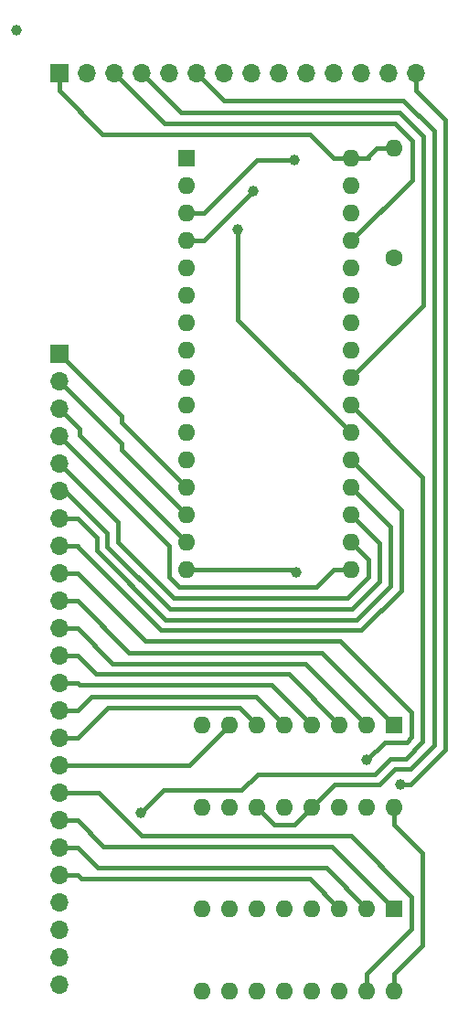
<source format=gbr>
%TF.GenerationSoftware,KiCad,Pcbnew,7.0.2*%
%TF.CreationDate,2023-06-04T09:28:39+01:00*%
%TF.ProjectId,IOCACHE-128K_ZXspectrum_impl_narrow,494f4341-4348-4452-9d31-32384b5f5a58,rev?*%
%TF.SameCoordinates,PX6cb8080PY3dfd240*%
%TF.FileFunction,Copper,L1,Top*%
%TF.FilePolarity,Positive*%
%FSLAX46Y46*%
G04 Gerber Fmt 4.6, Leading zero omitted, Abs format (unit mm)*
G04 Created by KiCad (PCBNEW 7.0.2) date 2023-06-04 09:28:39*
%MOMM*%
%LPD*%
G01*
G04 APERTURE LIST*
%TA.AperFunction,ComponentPad*%
%ADD10R,1.700000X1.700000*%
%TD*%
%TA.AperFunction,ComponentPad*%
%ADD11O,1.700000X1.700000*%
%TD*%
%TA.AperFunction,ComponentPad*%
%ADD12R,1.600000X1.600000*%
%TD*%
%TA.AperFunction,ComponentPad*%
%ADD13O,1.600000X1.600000*%
%TD*%
%TA.AperFunction,ComponentPad*%
%ADD14C,1.600000*%
%TD*%
%TA.AperFunction,ViaPad*%
%ADD15C,1.000000*%
%TD*%
%TA.AperFunction,Conductor*%
%ADD16C,0.400000*%
%TD*%
G04 APERTURE END LIST*
D10*
%TO.P,J1,1,Pin_1*%
%TO.N,+5V*%
X4000000Y-4000000D03*
D11*
%TO.P,J1,2,Pin_2*%
%TO.N,/IOCACHE-128K_ZXspectrum/CACHE_CONTROL.A16*%
X6540000Y-4000000D03*
%TO.P,J1,3,Pin_3*%
%TO.N,/IOCACHE-128K_ZXspectrum/CACHE_CONTROL.WE*%
X9080000Y-4000000D03*
%TO.P,J1,4,Pin_4*%
%TO.N,/IOCACHE-128K_ZXspectrum/CACHE_CONTROL.OE*%
X11620000Y-4000000D03*
%TO.P,J1,5,Pin_5*%
%TO.N,/IOCACHE-128K_ZXspectrum/CACHE_CONTROL.CS*%
X14160000Y-4000000D03*
%TO.P,J1,6,Pin_6*%
%TO.N,/IOCACHE-128K_ZXspectrum/CACHE_CONTROL.DATASTATUS+PERM_Z80_IORQ*%
X16700000Y-4000000D03*
%TO.P,J1,7,Pin_7*%
%TO.N,/IOCACHE-128K_ZXspectrum/Z80_HARDLOCK*%
X19240000Y-4000000D03*
%TO.P,J1,8,Pin_8*%
%TO.N,/IOCACHE-128K_ZXspectrum/CACHE_SEL_0*%
X21780000Y-4000000D03*
%TO.P,J1,9,Pin_9*%
%TO.N,/IOCACHE-128K_ZXspectrum/CACHE_SEL_1*%
X24320000Y-4000000D03*
%TO.P,J1,10,Pin_10*%
%TO.N,/IOCACHE-128K_ZXspectrum/CACHE_SEL_2*%
X26860000Y-4000000D03*
%TO.P,J1,11,Pin_11*%
%TO.N,/IOCACHE-128K_ZXspectrum/CACHE_SEL_3*%
X29400000Y-4000000D03*
%TO.P,J1,12,Pin_12*%
%TO.N,/IOCACHE-128K_ZXspectrum/CACHE_DATASTATUS*%
X31940000Y-4000000D03*
%TO.P,J1,13,Pin_13*%
%TO.N,unconnected-(J1-Pin_13-Pad13)*%
X34480000Y-4000000D03*
%TO.P,J1,14,Pin_14*%
%TO.N,GND*%
X37020000Y-4000000D03*
%TD*%
D12*
%TO.P,IC1,1,Q1*%
%TO.N,/IOCACHE-128K_ZXspectrum/LOCAL_A1*%
X35000000Y-64380000D03*
D13*
%TO.P,IC1,2,Q2*%
%TO.N,/IOCACHE-128K_ZXspectrum/LOCAL_A2*%
X32460000Y-64380000D03*
%TO.P,IC1,3,Q3*%
%TO.N,/IOCACHE-128K_ZXspectrum/LOCAL_A3*%
X29920000Y-64380000D03*
%TO.P,IC1,4,Q4*%
%TO.N,/IOCACHE-128K_ZXspectrum/LOCAL_A4*%
X27380000Y-64380000D03*
%TO.P,IC1,5,Q5*%
%TO.N,/IOCACHE-128K_ZXspectrum/LOCAL_A5*%
X24840000Y-64380000D03*
%TO.P,IC1,6,Q6*%
%TO.N,/IOCACHE-128K_ZXspectrum/LOCAL_A6*%
X22300000Y-64380000D03*
%TO.P,IC1,7,Q7*%
%TO.N,/IOCACHE-128K_ZXspectrum/LOCAL_A7*%
X19760000Y-64380000D03*
%TO.P,IC1,8,GND*%
%TO.N,GND*%
X17220000Y-64380000D03*
%TO.P,IC1,9,~{RCO}*%
%TO.N,Net-(IC1-~{RCO})*%
X17220000Y-72000000D03*
%TO.P,IC1,10,~{MRC}*%
%TO.N,/IOCACHE-128K_ZXspectrum/Z80_HARDLOCK*%
X19760000Y-72000000D03*
%TO.P,IC1,11,CPC*%
%TO.N,/IOCACHE-128K_ZXspectrum/CACHE_CONTROL.DATASTATUS+PERM_Z80_IORQ*%
X22300000Y-72000000D03*
%TO.P,IC1,12,~{CE}*%
%TO.N,/IOCACHE-128K_ZXspectrum/CACHE_DATASTATUS*%
X24840000Y-72000000D03*
%TO.P,IC1,13,CPR*%
%TO.N,/IOCACHE-128K_ZXspectrum/CACHE_CONTROL.DATASTATUS+PERM_Z80_IORQ*%
X27380000Y-72000000D03*
%TO.P,IC1,14,~{OE}*%
%TO.N,/IOCACHE-128K_ZXspectrum/CACHE_DATASTATUS*%
X29920000Y-72000000D03*
%TO.P,IC1,15,Q0*%
%TO.N,/IOCACHE-128K_ZXspectrum/LOCAL_A0*%
X32460000Y-72000000D03*
%TO.P,IC1,16,VCC*%
%TO.N,+5V*%
X35000000Y-72000000D03*
%TD*%
D12*
%TO.P,IC2,1,Q1*%
%TO.N,/IOCACHE-128K_ZXspectrum/LOCAL_A9*%
X35000000Y-81380000D03*
D13*
%TO.P,IC2,2,Q2*%
%TO.N,/IOCACHE-128K_ZXspectrum/LOCAL_A10*%
X32460000Y-81380000D03*
%TO.P,IC2,3,Q3*%
%TO.N,/IOCACHE-128K_ZXspectrum/LOCAL_A11*%
X29920000Y-81380000D03*
%TO.P,IC2,4,Q4*%
%TO.N,unconnected-(IC2-Q4-Pad4)*%
X27380000Y-81380000D03*
%TO.P,IC2,5,Q5*%
%TO.N,unconnected-(IC2-Q5-Pad5)*%
X24840000Y-81380000D03*
%TO.P,IC2,6,Q6*%
%TO.N,unconnected-(IC2-Q6-Pad6)*%
X22300000Y-81380000D03*
%TO.P,IC2,7,Q7*%
%TO.N,unconnected-(IC2-Q7-Pad7)*%
X19760000Y-81380000D03*
%TO.P,IC2,8,GND*%
%TO.N,GND*%
X17220000Y-81380000D03*
%TO.P,IC2,9,~{RCO}*%
%TO.N,unconnected-(IC2-~{RCO}-Pad9)*%
X17220000Y-89000000D03*
%TO.P,IC2,10,~{MRC}*%
%TO.N,/IOCACHE-128K_ZXspectrum/Z80_HARDLOCK*%
X19760000Y-89000000D03*
%TO.P,IC2,11,CPC*%
%TO.N,Net-(IC1-~{RCO})*%
X22300000Y-89000000D03*
%TO.P,IC2,12,~{CE}*%
%TO.N,/IOCACHE-128K_ZXspectrum/CACHE_DATASTATUS*%
X24840000Y-89000000D03*
%TO.P,IC2,13,CPR*%
%TO.N,Net-(IC1-~{RCO})*%
X27380000Y-89000000D03*
%TO.P,IC2,14,~{OE}*%
%TO.N,/IOCACHE-128K_ZXspectrum/CACHE_DATASTATUS*%
X29920000Y-89000000D03*
%TO.P,IC2,15,Q0*%
%TO.N,/IOCACHE-128K_ZXspectrum/LOCAL_A8*%
X32460000Y-89000000D03*
%TO.P,IC2,16,VCC*%
%TO.N,+5V*%
X35000000Y-89000000D03*
%TD*%
D12*
%TO.P,CACHE1,1,NC*%
%TO.N,unconnected-(CACHE1-NC-Pad1)*%
X15760000Y-11900000D03*
D13*
%TO.P,CACHE1,2,A16*%
%TO.N,/IOCACHE-128K_ZXspectrum/CACHE_CONTROL.A16*%
X15760000Y-14440000D03*
%TO.P,CACHE1,3,A14*%
%TO.N,/IOCACHE-128K_ZXspectrum/CACHE_SEL_2*%
X15760000Y-16980000D03*
%TO.P,CACHE1,4,A12*%
%TO.N,/IOCACHE-128K_ZXspectrum/CACHE_SEL_0*%
X15760000Y-19520000D03*
%TO.P,CACHE1,5,A7*%
%TO.N,/IOCACHE-128K_ZXspectrum/LOCAL_A7*%
X15760000Y-22060000D03*
%TO.P,CACHE1,6,A6*%
%TO.N,/IOCACHE-128K_ZXspectrum/LOCAL_A6*%
X15760000Y-24600000D03*
%TO.P,CACHE1,7,A5*%
%TO.N,/IOCACHE-128K_ZXspectrum/LOCAL_A5*%
X15760000Y-27140000D03*
%TO.P,CACHE1,8,A4*%
%TO.N,/IOCACHE-128K_ZXspectrum/LOCAL_A4*%
X15760000Y-29680000D03*
%TO.P,CACHE1,9,A3*%
%TO.N,/IOCACHE-128K_ZXspectrum/LOCAL_A3*%
X15760000Y-32220000D03*
%TO.P,CACHE1,10,A2*%
%TO.N,/IOCACHE-128K_ZXspectrum/LOCAL_A2*%
X15760000Y-34760000D03*
%TO.P,CACHE1,11,A1*%
%TO.N,/IOCACHE-128K_ZXspectrum/LOCAL_A1*%
X15760000Y-37300000D03*
%TO.P,CACHE1,12,A0*%
%TO.N,/IOCACHE-128K_ZXspectrum/LOCAL_A0*%
X15760000Y-39840000D03*
%TO.P,CACHE1,13,DQ0*%
%TO.N,/IOCACHE-128K_ZXspectrum/LOCAL_D0*%
X15760000Y-42380000D03*
%TO.P,CACHE1,14,DQ1*%
%TO.N,/IOCACHE-128K_ZXspectrum/LOCAL_D1*%
X15760000Y-44920000D03*
%TO.P,CACHE1,15,DQ2*%
%TO.N,/IOCACHE-128K_ZXspectrum/LOCAL_D2*%
X15760000Y-47460000D03*
%TO.P,CACHE1,16,VSS*%
%TO.N,GND*%
X15760000Y-50000000D03*
%TO.P,CACHE1,17,DQ3*%
%TO.N,/IOCACHE-128K_ZXspectrum/LOCAL_D3*%
X31000000Y-50000000D03*
%TO.P,CACHE1,18,DQ4*%
%TO.N,/IOCACHE-128K_ZXspectrum/LOCAL_D4*%
X31000000Y-47460000D03*
%TO.P,CACHE1,19,DQ5*%
%TO.N,/IOCACHE-128K_ZXspectrum/LOCAL_D5*%
X31000000Y-44920000D03*
%TO.P,CACHE1,20,DQ6*%
%TO.N,/IOCACHE-128K_ZXspectrum/LOCAL_D6*%
X31000000Y-42380000D03*
%TO.P,CACHE1,21,DQ7*%
%TO.N,/IOCACHE-128K_ZXspectrum/LOCAL_D7*%
X31000000Y-39840000D03*
%TO.P,CACHE1,22,CE#*%
%TO.N,/IOCACHE-128K_ZXspectrum/CACHE_CONTROL.CS*%
X31000000Y-37300000D03*
%TO.P,CACHE1,23,A10*%
%TO.N,/IOCACHE-128K_ZXspectrum/LOCAL_A10*%
X31000000Y-34760000D03*
%TO.P,CACHE1,24,OE#*%
%TO.N,/IOCACHE-128K_ZXspectrum/CACHE_CONTROL.OE*%
X31000000Y-32220000D03*
%TO.P,CACHE1,25,A11*%
%TO.N,/IOCACHE-128K_ZXspectrum/LOCAL_A11*%
X31000000Y-29680000D03*
%TO.P,CACHE1,26,A9*%
%TO.N,/IOCACHE-128K_ZXspectrum/LOCAL_A9*%
X31000000Y-27140000D03*
%TO.P,CACHE1,27,A8*%
%TO.N,/IOCACHE-128K_ZXspectrum/LOCAL_A8*%
X31000000Y-24600000D03*
%TO.P,CACHE1,28,A13*%
%TO.N,/IOCACHE-128K_ZXspectrum/CACHE_SEL_1*%
X31000000Y-22060000D03*
%TO.P,CACHE1,29,WE#*%
%TO.N,/IOCACHE-128K_ZXspectrum/CACHE_CONTROL.WE*%
X31000000Y-19520000D03*
%TO.P,CACHE1,30,CE2#*%
%TO.N,/IOCACHE-128K_ZXspectrum/CACHE_CE2*%
X31000000Y-16980000D03*
%TO.P,CACHE1,31,A15*%
%TO.N,/IOCACHE-128K_ZXspectrum/CACHE_SEL_3*%
X31000000Y-14440000D03*
%TO.P,CACHE1,32,VCC*%
%TO.N,+5V*%
X31000000Y-11900000D03*
%TD*%
D14*
%TO.P,R1,1*%
%TO.N,/IOCACHE-128K_ZXspectrum/CACHE_CE2*%
X35000000Y-21080000D03*
D13*
%TO.P,R1,2*%
%TO.N,+5V*%
X35000000Y-10920000D03*
%TD*%
D10*
%TO.P,J2,1,Pin_1*%
%TO.N,/IOCACHE-128K_ZXspectrum/LOCAL_D0*%
X4000000Y-30000000D03*
D11*
%TO.P,J2,2,Pin_2*%
%TO.N,/IOCACHE-128K_ZXspectrum/LOCAL_D1*%
X4000000Y-32540000D03*
%TO.P,J2,3,Pin_3*%
%TO.N,/IOCACHE-128K_ZXspectrum/LOCAL_D2*%
X4000000Y-35080000D03*
%TO.P,J2,4,Pin_4*%
%TO.N,/IOCACHE-128K_ZXspectrum/LOCAL_D3*%
X4000000Y-37620000D03*
%TO.P,J2,5,Pin_5*%
%TO.N,/IOCACHE-128K_ZXspectrum/LOCAL_D4*%
X4000000Y-40160000D03*
%TO.P,J2,6,Pin_6*%
%TO.N,/IOCACHE-128K_ZXspectrum/LOCAL_D5*%
X4000000Y-42700000D03*
%TO.P,J2,7,Pin_7*%
%TO.N,/IOCACHE-128K_ZXspectrum/LOCAL_D6*%
X4000000Y-45240000D03*
%TO.P,J2,8,Pin_8*%
%TO.N,/IOCACHE-128K_ZXspectrum/LOCAL_D7*%
X4000000Y-47780000D03*
%TO.P,J2,9,Pin_9*%
%TO.N,/IOCACHE-128K_ZXspectrum/LOCAL_A0*%
X4000000Y-50320000D03*
%TO.P,J2,10,Pin_10*%
%TO.N,/IOCACHE-128K_ZXspectrum/LOCAL_A1*%
X4000000Y-52860000D03*
%TO.P,J2,11,Pin_11*%
%TO.N,/IOCACHE-128K_ZXspectrum/LOCAL_A2*%
X4000000Y-55400000D03*
%TO.P,J2,12,Pin_12*%
%TO.N,/IOCACHE-128K_ZXspectrum/LOCAL_A3*%
X4000000Y-57940000D03*
%TO.P,J2,13,Pin_13*%
%TO.N,/IOCACHE-128K_ZXspectrum/LOCAL_A4*%
X4000000Y-60480000D03*
%TO.P,J2,14,Pin_14*%
%TO.N,/IOCACHE-128K_ZXspectrum/LOCAL_A5*%
X4000000Y-63020000D03*
%TO.P,J2,15,Pin_15*%
%TO.N,/IOCACHE-128K_ZXspectrum/LOCAL_A6*%
X4000000Y-65560000D03*
%TO.P,J2,16,Pin_16*%
%TO.N,/IOCACHE-128K_ZXspectrum/LOCAL_A7*%
X4000000Y-68100000D03*
%TO.P,J2,17,Pin_17*%
%TO.N,/IOCACHE-128K_ZXspectrum/LOCAL_A8*%
X4000000Y-70640000D03*
%TO.P,J2,18,Pin_18*%
%TO.N,/IOCACHE-128K_ZXspectrum/LOCAL_A9*%
X4000000Y-73180000D03*
%TO.P,J2,19,Pin_19*%
%TO.N,/IOCACHE-128K_ZXspectrum/LOCAL_A10*%
X4000000Y-75720000D03*
%TO.P,J2,20,Pin_20*%
%TO.N,/IOCACHE-128K_ZXspectrum/LOCAL_A11*%
X4000000Y-78260000D03*
%TO.P,J2,21,Pin_21*%
%TO.N,/IOCACHE-128K_ZXspectrum/LOCAL_A12*%
X4000000Y-80800000D03*
%TO.P,J2,22,Pin_22*%
%TO.N,/IOCACHE-128K_ZXspectrum/LOCAL_A13*%
X4000000Y-83340000D03*
%TO.P,J2,23,Pin_23*%
%TO.N,/IOCACHE-128K_ZXspectrum/LOCAL_A14*%
X4000000Y-85880000D03*
%TO.P,J2,24,Pin_24*%
%TO.N,/IOCACHE-128K_ZXspectrum/LOCAL_A15*%
X4000000Y-88420000D03*
%TD*%
D15*
%TO.N,*%
X0Y0D03*
%TO.N,/IOCACHE-128K_ZXspectrum/CACHE_SEL_2*%
X25770000Y-12022000D03*
%TO.N,/IOCACHE-128K_ZXspectrum/CACHE_SEL_0*%
X21947200Y-14911700D03*
%TO.N,/IOCACHE-128K_ZXspectrum/LOCAL_A0*%
X32460000Y-67615400D03*
%TO.N,GND*%
X25892900Y-50227600D03*
X35542700Y-69836100D03*
%TO.N,/IOCACHE-128K_ZXspectrum/CACHE_CONTROL.CS*%
X20523800Y-18458900D03*
%TO.N,/IOCACHE-128K_ZXspectrum/LOCAL_A10*%
X11543900Y-72513000D03*
%TD*%
D16*
%TO.N,/IOCACHE-128K_ZXspectrum/CACHE_SEL_2*%
X22318100Y-12022000D02*
X25770000Y-12022000D01*
X15760000Y-16980000D02*
X17360100Y-16980000D01*
X17360100Y-16980000D02*
X22318100Y-12022000D01*
%TO.N,/IOCACHE-128K_ZXspectrum/CACHE_SEL_0*%
X15760000Y-19520000D02*
X17360100Y-19520000D01*
X21947200Y-14932900D02*
X21947200Y-14911700D01*
X17360100Y-19520000D02*
X21947200Y-14932900D01*
%TO.N,/IOCACHE-128K_ZXspectrum/LOCAL_A7*%
X19760000Y-64380000D02*
X16040000Y-68100000D01*
X4000000Y-68100000D02*
X5650100Y-68100000D01*
X16040000Y-68100000D02*
X5650100Y-68100000D01*
%TO.N,/IOCACHE-128K_ZXspectrum/LOCAL_A6*%
X5650100Y-65560000D02*
X8449700Y-62760400D01*
X8449700Y-62760400D02*
X20680400Y-62760400D01*
X4000000Y-65560000D02*
X5650100Y-65560000D01*
X20680400Y-62760400D02*
X22300000Y-64380000D01*
%TO.N,/IOCACHE-128K_ZXspectrum/LOCAL_A5*%
X24840000Y-64380000D02*
X22200800Y-61740800D01*
X22200800Y-61740800D02*
X6929300Y-61740800D01*
X6929300Y-61740800D02*
X5650100Y-63020000D01*
X4000000Y-63020000D02*
X5650100Y-63020000D01*
%TO.N,/IOCACHE-128K_ZXspectrum/LOCAL_A4*%
X5837600Y-60667500D02*
X23667500Y-60667500D01*
X23667500Y-60667500D02*
X27380000Y-64380000D01*
X5650100Y-60480000D02*
X5837600Y-60667500D01*
X4000000Y-60480000D02*
X5650100Y-60480000D01*
%TO.N,/IOCACHE-128K_ZXspectrum/LOCAL_A3*%
X7377500Y-59667400D02*
X25207400Y-59667400D01*
X4000000Y-57940000D02*
X5650100Y-57940000D01*
X25207400Y-59667400D02*
X29920000Y-64380000D01*
X5650100Y-57940000D02*
X7377500Y-59667400D01*
%TO.N,/IOCACHE-128K_ZXspectrum/LOCAL_A2*%
X5650100Y-55400000D02*
X8917400Y-58667300D01*
X8917400Y-58667300D02*
X26747300Y-58667300D01*
X26747300Y-58667300D02*
X32460000Y-64380000D01*
X4000000Y-55400000D02*
X5650100Y-55400000D01*
%TO.N,/IOCACHE-128K_ZXspectrum/LOCAL_A1*%
X10457300Y-57667200D02*
X28287200Y-57667200D01*
X4000000Y-52860000D02*
X5650100Y-52860000D01*
X5650100Y-52860000D02*
X10457300Y-57667200D01*
X28287200Y-57667200D02*
X35000000Y-64380000D01*
%TO.N,/IOCACHE-128K_ZXspectrum/LOCAL_A0*%
X30004900Y-56603000D02*
X36620700Y-63218800D01*
X4000000Y-50320000D02*
X5650100Y-50320000D01*
X36620700Y-63218800D02*
X36620700Y-65490800D01*
X5650100Y-50320000D02*
X11933100Y-56603000D01*
X34095200Y-65980200D02*
X32460000Y-67615400D01*
X11933100Y-56603000D02*
X30004900Y-56603000D01*
X36620700Y-65490800D02*
X36131300Y-65980200D01*
X36131300Y-65980200D02*
X34095200Y-65980200D01*
%TO.N,/IOCACHE-128K_ZXspectrum/LOCAL_D0*%
X9755400Y-35755400D02*
X4000000Y-30000000D01*
X15760000Y-42380000D02*
X9755400Y-36375400D01*
X9755400Y-36375400D02*
X9755400Y-35755400D01*
%TO.N,/IOCACHE-128K_ZXspectrum/LOCAL_D1*%
X15760000Y-44920000D02*
X9755400Y-38915400D01*
X9755400Y-38295400D02*
X4000000Y-32540000D01*
X9755400Y-38915400D02*
X9755400Y-38295400D01*
%TO.N,/IOCACHE-128K_ZXspectrum/LOCAL_D2*%
X15760000Y-47460000D02*
X5849700Y-37549700D01*
X5849700Y-36929700D02*
X4000000Y-35080000D01*
X5849700Y-37549700D02*
X5849700Y-36929700D01*
%TO.N,GND*%
X37020000Y-5650100D02*
X39711300Y-8341400D01*
X39711300Y-8341400D02*
X39711300Y-66659900D01*
X36535100Y-69836100D02*
X35542700Y-69836100D01*
X39711300Y-66659900D02*
X36535100Y-69836100D01*
X15760000Y-50000000D02*
X25665300Y-50000000D01*
X37020000Y-4000000D02*
X37020000Y-5650100D01*
X25665300Y-50000000D02*
X25892900Y-50227600D01*
%TO.N,/IOCACHE-128K_ZXspectrum/LOCAL_D3*%
X14159800Y-50697300D02*
X14159800Y-47779800D01*
X31000000Y-50000000D02*
X29399900Y-50000000D01*
X14159800Y-47779800D02*
X4000000Y-37620000D01*
X29399900Y-50000000D02*
X27798700Y-51601200D01*
X27798700Y-51601200D02*
X15063700Y-51601200D01*
X15063700Y-51601200D02*
X14159800Y-50697300D01*
%TO.N,/IOCACHE-128K_ZXspectrum/LOCAL_D4*%
X9426500Y-45586500D02*
X9426500Y-47413100D01*
X9426500Y-47413100D02*
X14615900Y-52602500D01*
X32620200Y-50675900D02*
X32620200Y-49080200D01*
X32620200Y-49080200D02*
X31000000Y-47460000D01*
X30693600Y-52602500D02*
X32620200Y-50675900D01*
X4000000Y-40160000D02*
X9426500Y-45586500D01*
X14615900Y-52602500D02*
X30693600Y-52602500D01*
%TO.N,/IOCACHE-128K_ZXspectrum/LOCAL_D5*%
X4524500Y-42700000D02*
X8426400Y-46601900D01*
X8426400Y-46601900D02*
X8426400Y-47827300D01*
X14201700Y-53602600D02*
X31107800Y-53602600D01*
X4000000Y-42700000D02*
X4524500Y-42700000D01*
X8426400Y-47827300D02*
X14201700Y-53602600D01*
X31107800Y-53602600D02*
X33620300Y-51090100D01*
X33620300Y-51090100D02*
X33620300Y-47540300D01*
X33620300Y-47540300D02*
X31000000Y-44920000D01*
%TO.N,/IOCACHE-128K_ZXspectrum/LOCAL_D6*%
X7426300Y-48241500D02*
X13787500Y-54602700D01*
X13787500Y-54602700D02*
X31522000Y-54602700D01*
X34620400Y-51504300D02*
X34620400Y-46000400D01*
X5650100Y-45240000D02*
X7426300Y-47016200D01*
X4000000Y-45240000D02*
X5650100Y-45240000D01*
X31522000Y-54602700D02*
X34620400Y-51504300D01*
X34620400Y-46000400D02*
X31000000Y-42380000D01*
X7426300Y-47016200D02*
X7426300Y-48241500D01*
%TO.N,/IOCACHE-128K_ZXspectrum/LOCAL_D7*%
X5650100Y-47780000D02*
X5650100Y-47879600D01*
X4000000Y-47780000D02*
X5650100Y-47780000D01*
X31936200Y-55602800D02*
X35620500Y-51918500D01*
X5650100Y-47879600D02*
X13373300Y-55602800D01*
X13373300Y-55602800D02*
X31936200Y-55602800D01*
X35620500Y-44460500D02*
X31000000Y-39840000D01*
X35620500Y-51918500D02*
X35620500Y-44460500D01*
%TO.N,/IOCACHE-128K_ZXspectrum/CACHE_CONTROL.CS*%
X31000000Y-37300000D02*
X20523800Y-26823800D01*
X20523800Y-26823800D02*
X20523800Y-18458900D01*
%TO.N,/IOCACHE-128K_ZXspectrum/LOCAL_A10*%
X22344300Y-68915500D02*
X33210300Y-68915500D01*
X37646500Y-41406500D02*
X31000000Y-34760000D01*
X13657100Y-70399800D02*
X20860000Y-70399800D01*
X28694200Y-77614200D02*
X32460000Y-81380000D01*
X34648400Y-67477400D02*
X36062700Y-67477400D01*
X20860000Y-70399800D02*
X22344300Y-68915500D01*
X33210300Y-68915500D02*
X34648400Y-67477400D01*
X4000000Y-75720000D02*
X5650100Y-75720000D01*
X37646500Y-65893600D02*
X37646500Y-41406500D01*
X11543900Y-72513000D02*
X13657100Y-70399800D01*
X5650100Y-75720000D02*
X7544300Y-77614200D01*
X36062700Y-67477400D02*
X37646500Y-65893600D01*
X7544300Y-77614200D02*
X28694200Y-77614200D01*
%TO.N,/IOCACHE-128K_ZXspectrum/CACHE_CONTROL.OE*%
X15283800Y-7663800D02*
X11620000Y-4000000D01*
X31000000Y-32220000D02*
X37677300Y-25542700D01*
X37677300Y-25542700D02*
X37677300Y-9841000D01*
X35500100Y-7663800D02*
X15283800Y-7663800D01*
X37677300Y-9841000D02*
X35500100Y-7663800D01*
%TO.N,/IOCACHE-128K_ZXspectrum/LOCAL_A11*%
X4000000Y-78260000D02*
X5650100Y-78260000D01*
X5650100Y-78260000D02*
X6004400Y-78614300D01*
X27154300Y-78614300D02*
X29920000Y-81380000D01*
X6004400Y-78614300D02*
X27154300Y-78614300D01*
%TO.N,/IOCACHE-128K_ZXspectrum/LOCAL_A9*%
X5650100Y-73180000D02*
X8084100Y-75614000D01*
X4000000Y-73180000D02*
X5650100Y-73180000D01*
X8084100Y-75614000D02*
X29234000Y-75614000D01*
X29234000Y-75614000D02*
X35000000Y-81380000D01*
%TO.N,/IOCACHE-128K_ZXspectrum/LOCAL_A8*%
X36600200Y-83259700D02*
X36600200Y-80247300D01*
X36600200Y-80247300D02*
X30966700Y-74613800D01*
X30966700Y-74613800D02*
X11608300Y-74613800D01*
X32460000Y-87399900D02*
X36600200Y-83259700D01*
X32460000Y-89000000D02*
X32460000Y-87399900D01*
X7634500Y-70640000D02*
X4000000Y-70640000D01*
X11608300Y-74613800D02*
X7634500Y-70640000D01*
%TO.N,/IOCACHE-128K_ZXspectrum/CACHE_CONTROL.WE*%
X36636000Y-10269600D02*
X35030400Y-8664000D01*
X36636000Y-13884000D02*
X36636000Y-10269600D01*
X31000000Y-19520000D02*
X36636000Y-13884000D01*
X13744000Y-8664000D02*
X9080000Y-4000000D01*
X35030400Y-8664000D02*
X13744000Y-8664000D01*
%TO.N,+5V*%
X35000000Y-73600100D02*
X37607200Y-76207300D01*
X35000000Y-89000000D02*
X35000000Y-87399900D01*
X31000000Y-11900000D02*
X32600100Y-11900000D01*
X27164000Y-9664100D02*
X29399900Y-11900000D01*
X8014000Y-9664100D02*
X27164000Y-9664100D01*
X4000000Y-5650100D02*
X8014000Y-9664100D01*
X31000000Y-11900000D02*
X29399900Y-11900000D01*
X32600100Y-11900000D02*
X32600100Y-11719800D01*
X4000000Y-4000000D02*
X4000000Y-5650100D01*
X35000000Y-72000000D02*
X35000000Y-73600100D01*
X35000000Y-10920000D02*
X33399900Y-10920000D01*
X37607200Y-84792700D02*
X35000000Y-87399900D01*
X37607200Y-76207300D02*
X37607200Y-84792700D01*
X32600100Y-11719800D02*
X33399900Y-10920000D01*
%TO.N,/IOCACHE-128K_ZXspectrum/CACHE_CONTROL.DATASTATUS+PERM_Z80_IORQ*%
X35062600Y-68477500D02*
X36476900Y-68477500D01*
X19210600Y-6510600D02*
X16700000Y-4000000D01*
X38680200Y-9363200D02*
X35827600Y-6510600D01*
X23906900Y-73606900D02*
X25773100Y-73606900D01*
X38680200Y-66274200D02*
X38680200Y-9363200D01*
X36476900Y-68477500D02*
X38680200Y-66274200D01*
X25773100Y-73606900D02*
X27380000Y-72000000D01*
X27380000Y-72000000D02*
X29464400Y-69915600D01*
X33624500Y-69915600D02*
X35062600Y-68477500D01*
X29464400Y-69915600D02*
X33624500Y-69915600D01*
X35827600Y-6510600D02*
X19210600Y-6510600D01*
X22300000Y-72000000D02*
X23906900Y-73606900D01*
%TD*%
M02*

</source>
